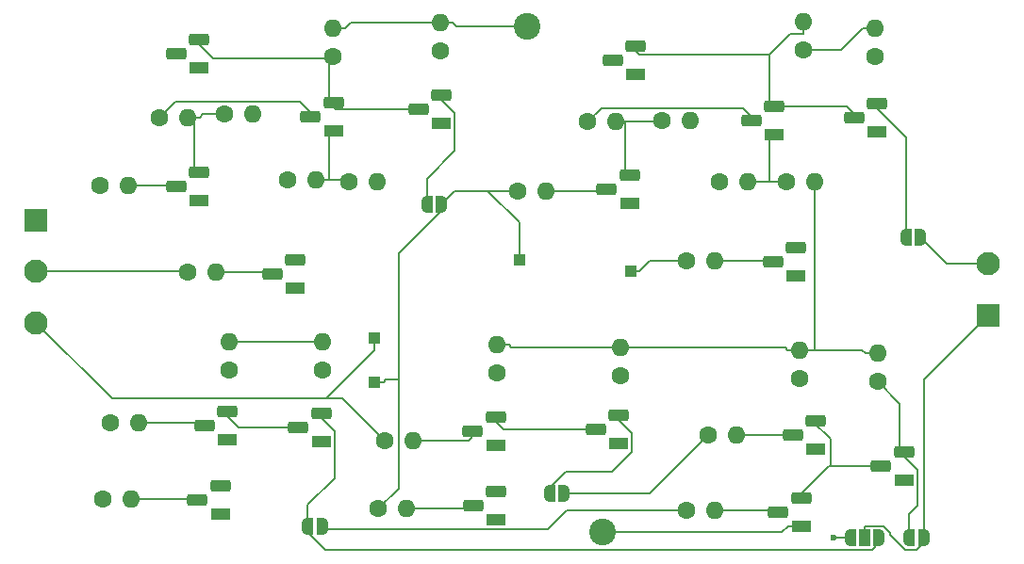
<source format=gbr>
%TF.GenerationSoftware,KiCad,Pcbnew,8.0.2-1*%
%TF.CreationDate,2024-05-13T20:57:24-04:00*%
%TF.ProjectId,Transistor_Calculator_V2,5472616e-7369-4737-946f-725f43616c63,rev?*%
%TF.SameCoordinates,Original*%
%TF.FileFunction,Copper,L1,Top*%
%TF.FilePolarity,Positive*%
%FSLAX46Y46*%
G04 Gerber Fmt 4.6, Leading zero omitted, Abs format (unit mm)*
G04 Created by KiCad (PCBNEW 8.0.2-1) date 2024-05-13 20:57:24*
%MOMM*%
%LPD*%
G01*
G04 APERTURE LIST*
G04 Aperture macros list*
%AMRoundRect*
0 Rectangle with rounded corners*
0 $1 Rounding radius*
0 $2 $3 $4 $5 $6 $7 $8 $9 X,Y pos of 4 corners*
0 Add a 4 corners polygon primitive as box body*
4,1,4,$2,$3,$4,$5,$6,$7,$8,$9,$2,$3,0*
0 Add four circle primitives for the rounded corners*
1,1,$1+$1,$2,$3*
1,1,$1+$1,$4,$5*
1,1,$1+$1,$6,$7*
1,1,$1+$1,$8,$9*
0 Add four rect primitives between the rounded corners*
20,1,$1+$1,$2,$3,$4,$5,0*
20,1,$1+$1,$4,$5,$6,$7,0*
20,1,$1+$1,$6,$7,$8,$9,0*
20,1,$1+$1,$8,$9,$2,$3,0*%
%AMFreePoly0*
4,1,19,0.550000,-0.750000,0.000000,-0.750000,0.000000,-0.744911,-0.071157,-0.744911,-0.207708,-0.704816,-0.327430,-0.627875,-0.420627,-0.520320,-0.479746,-0.390866,-0.500000,-0.250000,-0.500000,0.250000,-0.479746,0.390866,-0.420627,0.520320,-0.327430,0.627875,-0.207708,0.704816,-0.071157,0.744911,0.000000,0.744911,0.000000,0.750000,0.550000,0.750000,0.550000,-0.750000,0.550000,-0.750000,
$1*%
%AMFreePoly1*
4,1,19,0.000000,0.744911,0.071157,0.744911,0.207708,0.704816,0.327430,0.627875,0.420627,0.520320,0.479746,0.390866,0.500000,0.250000,0.500000,-0.250000,0.479746,-0.390866,0.420627,-0.520320,0.327430,-0.627875,0.207708,-0.704816,0.071157,-0.744911,0.000000,-0.744911,0.000000,-0.750000,-0.550000,-0.750000,-0.550000,0.750000,0.000000,0.750000,0.000000,0.744911,0.000000,0.744911,
$1*%
%AMFreePoly2*
4,1,19,0.500000,-0.750000,0.000000,-0.750000,0.000000,-0.744911,-0.071157,-0.744911,-0.207708,-0.704816,-0.327430,-0.627875,-0.420627,-0.520320,-0.479746,-0.390866,-0.500000,-0.250000,-0.500000,0.250000,-0.479746,0.390866,-0.420627,0.520320,-0.327430,0.627875,-0.207708,0.704816,-0.071157,0.744911,0.000000,0.744911,0.000000,0.750000,0.500000,0.750000,0.500000,-0.750000,0.500000,-0.750000,
$1*%
%AMFreePoly3*
4,1,19,0.000000,0.744911,0.071157,0.744911,0.207708,0.704816,0.327430,0.627875,0.420627,0.520320,0.479746,0.390866,0.500000,0.250000,0.500000,-0.250000,0.479746,-0.390866,0.420627,-0.520320,0.327430,-0.627875,0.207708,-0.704816,0.071157,-0.744911,0.000000,-0.744911,0.000000,-0.750000,-0.500000,-0.750000,-0.500000,0.750000,0.000000,0.750000,0.000000,0.744911,0.000000,0.744911,
$1*%
G04 Aperture macros list end*
%TA.AperFunction,SMDPad,CuDef*%
%ADD10FreePoly0,0.000000*%
%TD*%
%TA.AperFunction,SMDPad,CuDef*%
%ADD11R,1.000000X1.500000*%
%TD*%
%TA.AperFunction,SMDPad,CuDef*%
%ADD12FreePoly1,0.000000*%
%TD*%
%TA.AperFunction,ComponentPad*%
%ADD13R,1.800000X1.100000*%
%TD*%
%TA.AperFunction,ComponentPad*%
%ADD14RoundRect,0.275000X0.625000X-0.275000X0.625000X0.275000X-0.625000X0.275000X-0.625000X-0.275000X0*%
%TD*%
%TA.AperFunction,ComponentPad*%
%ADD15C,1.600000*%
%TD*%
%TA.AperFunction,ComponentPad*%
%ADD16O,1.600000X1.600000*%
%TD*%
%TA.AperFunction,SMDPad,CuDef*%
%ADD17FreePoly2,0.000000*%
%TD*%
%TA.AperFunction,SMDPad,CuDef*%
%ADD18FreePoly3,0.000000*%
%TD*%
%TA.AperFunction,ComponentPad*%
%ADD19C,2.400000*%
%TD*%
%TA.AperFunction,ComponentPad*%
%ADD20RoundRect,0.250001X-0.799999X0.799999X-0.799999X-0.799999X0.799999X-0.799999X0.799999X0.799999X0*%
%TD*%
%TA.AperFunction,ComponentPad*%
%ADD21C,2.100000*%
%TD*%
%TA.AperFunction,ComponentPad*%
%ADD22RoundRect,0.250001X0.799999X-0.799999X0.799999X0.799999X-0.799999X0.799999X-0.799999X-0.799999X0*%
%TD*%
%TA.AperFunction,SMDPad,CuDef*%
%ADD23R,1.000000X1.000000*%
%TD*%
%TA.AperFunction,ViaPad*%
%ADD24C,0.600000*%
%TD*%
%TA.AperFunction,Conductor*%
%ADD25C,0.200000*%
%TD*%
%ADD26C,0.300000*%
%ADD27C,0.350000*%
G04 APERTURE END LIST*
D10*
%TO.P,JP6,1,A*%
%TO.N,Net-(JP4-A)*%
X88700000Y-66000000D03*
D11*
%TO.P,JP6,2,C*%
%TO.N,Net-(JP3-B)*%
X90000000Y-66000000D03*
D12*
%TO.P,JP6,3,B*%
%TO.N,Net-(JP5-A)*%
X91300000Y-66000000D03*
%TD*%
D13*
%TO.P,Q15,1,E*%
%TO.N,Net-(J2-Pin_1)*%
X56920000Y-64350000D03*
D14*
%TO.P,Q15,2,B*%
%TO.N,Net-(Q15-B)*%
X54850000Y-63080000D03*
%TO.P,Q15,3,C*%
%TO.N,Net-(Q14-E)*%
X56920000Y-61810000D03*
%TD*%
D15*
%TO.P,R3,1*%
%TO.N,Net-(Q3-B)*%
X26650000Y-28220000D03*
D16*
%TO.P,R3,2*%
%TO.N,Net-(Q1-C)*%
X29190000Y-28220000D03*
%TD*%
D17*
%TO.P,JP1,1,A*%
%TO.N,Net-(JP1-A)*%
X50700000Y-36000000D03*
D18*
%TO.P,JP1,2,B*%
%TO.N,Net-(JP1-B)*%
X52000000Y-36000000D03*
%TD*%
D15*
%TO.P,R5,1*%
%TO.N,Net-(Q1-C)*%
X32510000Y-27910000D03*
D16*
%TO.P,R5,2*%
%TO.N,Net-(J1-Pin_1)*%
X35050000Y-27910000D03*
%TD*%
D13*
%TO.P,Q3,1,E*%
%TO.N,Net-(Q3-E)*%
X42300000Y-29420000D03*
D14*
%TO.P,Q3,2,B*%
%TO.N,Net-(Q3-B)*%
X40230000Y-28150000D03*
%TO.P,Q3,3,C*%
%TO.N,Net-(Q2-C)*%
X42300000Y-26880000D03*
%TD*%
D15*
%TO.P,R7,1*%
%TO.N,Net-(Q3-E)*%
X43680000Y-33950000D03*
D16*
%TO.P,R7,2*%
%TO.N,Net-(J1-Pin_1)*%
X46220000Y-33950000D03*
%TD*%
D17*
%TO.P,JP2,1,A*%
%TO.N,Net-(JP2-A)*%
X93700000Y-39000000D03*
D18*
%TO.P,JP2,2,B*%
%TO.N,Net-(JP2-B)*%
X95000000Y-39000000D03*
%TD*%
D13*
%TO.P,Q7,1,E*%
%TO.N,Net-(Q6-C)*%
X69460000Y-24360000D03*
D14*
%TO.P,Q7,2,B*%
%TO.N,Net-(Q7-B)*%
X67390000Y-23090000D03*
%TO.P,Q7,3,C*%
%TO.N,Net-(Q10-B)*%
X69460000Y-21820000D03*
%TD*%
D17*
%TO.P,JP5,1,A*%
%TO.N,Net-(JP5-A)*%
X40000000Y-65000000D03*
D18*
%TO.P,JP5,2,B*%
%TO.N,Net-(JP5-B)*%
X41300000Y-65000000D03*
%TD*%
D15*
%TO.P,R24,1*%
%TO.N,Net-(JP4-A)*%
X68100000Y-51410000D03*
D16*
%TO.P,R24,2*%
%TO.N,Net-(J1-Pin_1)*%
X68100000Y-48870000D03*
%TD*%
D15*
%TO.P,R6,1*%
%TO.N,Net-(Q2-B)*%
X38185000Y-33850000D03*
D16*
%TO.P,R6,2*%
%TO.N,Net-(Q3-E)*%
X40725000Y-33850000D03*
%TD*%
D15*
%TO.P,R19,1*%
%TO.N,Net-(Input_Pins1-Pin_2)*%
X22275000Y-55650000D03*
D16*
%TO.P,R19,2*%
%TO.N,Net-(Q11-B)*%
X24815000Y-55650000D03*
%TD*%
D13*
%TO.P,Q6,1,E*%
%TO.N,Net-(J2-Pin_1)*%
X68900000Y-35950000D03*
D14*
%TO.P,Q6,2,B*%
%TO.N,Net-(Q6-B)*%
X66830000Y-34680000D03*
%TO.P,Q6,3,C*%
%TO.N,Net-(Q6-C)*%
X68900000Y-33410000D03*
%TD*%
D15*
%TO.P,R15,1*%
%TO.N,Net-(J1-Pin_1)*%
X84470000Y-22165000D03*
D16*
%TO.P,R15,2*%
%TO.N,Net-(Q10-B)*%
X84470000Y-19625000D03*
%TD*%
D19*
%TO.P,J1,1,Pin_1*%
%TO.N,Net-(J1-Pin_1)*%
X59720000Y-20000000D03*
%TD*%
D13*
%TO.P,Q8,1,E*%
%TO.N,Net-(Q8-E)*%
X81880000Y-29740000D03*
D14*
%TO.P,Q8,2,B*%
%TO.N,Net-(Q8-B)*%
X79810000Y-28470000D03*
%TO.P,Q8,3,C*%
%TO.N,Net-(Q10-B)*%
X81880000Y-27200000D03*
%TD*%
D15*
%TO.P,R18,1*%
%TO.N,Net-(Input_Pins1-Pin_1)*%
X21585000Y-62520000D03*
D16*
%TO.P,R18,2*%
%TO.N,Net-(Q12-B)*%
X24125000Y-62520000D03*
%TD*%
D15*
%TO.P,R26,1*%
%TO.N,Net-(JP5-B)*%
X73975000Y-63540000D03*
D16*
%TO.P,R26,2*%
%TO.N,Net-(Q18-B)*%
X76515000Y-63540000D03*
%TD*%
D15*
%TO.P,R10,1*%
%TO.N,Net-(Input_Pins1-Pin_3)*%
X74000000Y-41080000D03*
D16*
%TO.P,R10,2*%
%TO.N,Net-(Q9-B)*%
X76540000Y-41080000D03*
%TD*%
D15*
%TO.P,R22,1*%
%TO.N,Net-(JP1-B)*%
X46345000Y-63390000D03*
D16*
%TO.P,R22,2*%
%TO.N,Net-(Q15-B)*%
X48885000Y-63390000D03*
%TD*%
D17*
%TO.P,JP4,1,A*%
%TO.N,Net-(JP4-A)*%
X61700000Y-62000000D03*
D18*
%TO.P,JP4,2,B*%
%TO.N,Net-(JP4-B)*%
X63000000Y-62000000D03*
%TD*%
D13*
%TO.P,Q12,1,E*%
%TO.N,Net-(J2-Pin_1)*%
X32130000Y-63900000D03*
D14*
%TO.P,Q12,2,B*%
%TO.N,Net-(Q12-B)*%
X30060000Y-62630000D03*
%TO.P,Q12,3,C*%
%TO.N,Net-(Q11-E)*%
X32130000Y-61360000D03*
%TD*%
D15*
%TO.P,R23,1*%
%TO.N,Net-(Q14-C)*%
X56960000Y-51190000D03*
D16*
%TO.P,R23,2*%
%TO.N,Net-(J1-Pin_1)*%
X56960000Y-48650000D03*
%TD*%
D20*
%TO.P,Input_Pins1,1,Pin_1*%
%TO.N,Net-(Input_Pins1-Pin_1)*%
X15600000Y-37470000D03*
D21*
%TO.P,Input_Pins1,2,Pin_2*%
%TO.N,Net-(Input_Pins1-Pin_2)*%
X15600000Y-42070000D03*
%TO.P,Input_Pins1,3,Pin_3*%
%TO.N,Net-(Input_Pins1-Pin_3)*%
X15600000Y-46670000D03*
%TD*%
D15*
%TO.P,R13,1*%
%TO.N,Net-(Q7-B)*%
X76955000Y-34000000D03*
D16*
%TO.P,R13,2*%
%TO.N,Net-(Q8-E)*%
X79495000Y-34000000D03*
%TD*%
D19*
%TO.P,J2,1,Pin_1*%
%TO.N,Net-(J2-Pin_1)*%
X66500000Y-65500000D03*
%TD*%
D13*
%TO.P,Q16,1,E*%
%TO.N,Net-(J2-Pin_1)*%
X67900000Y-57540000D03*
D14*
%TO.P,Q16,2,B*%
%TO.N,Net-(Q14-C)*%
X65830000Y-56270000D03*
%TO.P,Q16,3,C*%
%TO.N,Net-(JP4-A)*%
X67900000Y-55000000D03*
%TD*%
D13*
%TO.P,Q9,1,E*%
%TO.N,Net-(J2-Pin_1)*%
X83820000Y-42450000D03*
D14*
%TO.P,Q9,2,B*%
%TO.N,Net-(Q9-B)*%
X81750000Y-41180000D03*
%TO.P,Q9,3,C*%
%TO.N,Net-(Q8-E)*%
X83820000Y-39910000D03*
%TD*%
D22*
%TO.P,Output_Pins1,1,Pin_1*%
%TO.N,Net-(JP3-B)*%
X101120000Y-45970000D03*
D21*
%TO.P,Output_Pins1,2,Pin_2*%
%TO.N,Net-(JP2-B)*%
X101120000Y-41370000D03*
%TD*%
D15*
%TO.P,R4,1*%
%TO.N,Net-(JP1-A)*%
X51870000Y-22185000D03*
D16*
%TO.P,R4,2*%
%TO.N,Net-(J1-Pin_1)*%
X51870000Y-19645000D03*
%TD*%
D15*
%TO.P,R12,1*%
%TO.N,Net-(Q6-C)*%
X71775000Y-28450000D03*
D16*
%TO.P,R12,2*%
%TO.N,Net-(J1-Pin_1)*%
X74315000Y-28450000D03*
%TD*%
D15*
%TO.P,R8,1*%
%TO.N,Net-(JP2-A)*%
X90970000Y-22725000D03*
D16*
%TO.P,R8,2*%
%TO.N,Net-(J1-Pin_1)*%
X90970000Y-20185000D03*
%TD*%
D15*
%TO.P,R1,1*%
%TO.N,Net-(Input_Pins1-Pin_1)*%
X21325000Y-34330000D03*
D16*
%TO.P,R1,2*%
%TO.N,Net-(Q1-B)*%
X23865000Y-34330000D03*
%TD*%
D15*
%TO.P,R2,1*%
%TO.N,Net-(Input_Pins1-Pin_2)*%
X29240000Y-42150000D03*
D16*
%TO.P,R2,2*%
%TO.N,Net-(Q4-B)*%
X31780000Y-42150000D03*
%TD*%
D13*
%TO.P,Q18,1,E*%
%TO.N,Net-(J2-Pin_1)*%
X84300000Y-64970000D03*
D14*
%TO.P,Q18,2,B*%
%TO.N,Net-(Q18-B)*%
X82230000Y-63700000D03*
%TO.P,Q18,3,C*%
%TO.N,Net-(Q17-C)*%
X84300000Y-62430000D03*
%TD*%
D13*
%TO.P,Q2,1,E*%
%TO.N,Net-(Q1-C)*%
X30230000Y-23770000D03*
D14*
%TO.P,Q2,2,B*%
%TO.N,Net-(Q2-B)*%
X28160000Y-22500000D03*
%TO.P,Q2,3,C*%
%TO.N,Net-(Q2-C)*%
X30230000Y-21230000D03*
%TD*%
D15*
%TO.P,R20,1*%
%TO.N,Net-(Q11-C)*%
X32910000Y-50890000D03*
D16*
%TO.P,R20,2*%
%TO.N,Net-(J1-Pin_1)*%
X32910000Y-48350000D03*
%TD*%
D13*
%TO.P,Q1,1,E*%
%TO.N,Net-(J2-Pin_1)*%
X30230000Y-35700000D03*
D14*
%TO.P,Q1,2,B*%
%TO.N,Net-(Q1-B)*%
X28160000Y-34430000D03*
%TO.P,Q1,3,C*%
%TO.N,Net-(Q1-C)*%
X30230000Y-33160000D03*
%TD*%
D17*
%TO.P,JP3,1,A*%
%TO.N,Net-(JP3-A)*%
X94000000Y-66000000D03*
D18*
%TO.P,JP3,2,B*%
%TO.N,Net-(JP3-B)*%
X95300000Y-66000000D03*
%TD*%
D15*
%TO.P,R9,1*%
%TO.N,Net-(JP1-B)*%
X58815000Y-34830000D03*
D16*
%TO.P,R9,2*%
%TO.N,Net-(Q6-B)*%
X61355000Y-34830000D03*
%TD*%
D15*
%TO.P,R25,1*%
%TO.N,Net-(JP4-B)*%
X75945000Y-56720000D03*
D16*
%TO.P,R25,2*%
%TO.N,Net-(Q17-B)*%
X78485000Y-56720000D03*
%TD*%
D23*
%TO.P,TP2,1,1*%
%TO.N,Net-(Input_Pins1-Pin_3)*%
X69000000Y-42000000D03*
%TD*%
D13*
%TO.P,Q19,1,E*%
%TO.N,Net-(J2-Pin_1)*%
X93530000Y-60860000D03*
D14*
%TO.P,Q19,2,B*%
%TO.N,Net-(Q17-C)*%
X91460000Y-59590000D03*
%TO.P,Q19,3,C*%
%TO.N,Net-(JP3-A)*%
X93530000Y-58320000D03*
%TD*%
D13*
%TO.P,Q4,1,E*%
%TO.N,Net-(J2-Pin_1)*%
X38900000Y-43520000D03*
D14*
%TO.P,Q4,2,B*%
%TO.N,Net-(Q4-B)*%
X36830000Y-42250000D03*
%TO.P,Q4,3,C*%
%TO.N,Net-(Q3-E)*%
X38900000Y-40980000D03*
%TD*%
D15*
%TO.P,R27,1*%
%TO.N,Net-(Q17-C)*%
X84180000Y-51640000D03*
D16*
%TO.P,R27,2*%
%TO.N,Net-(J1-Pin_1)*%
X84180000Y-49100000D03*
%TD*%
D13*
%TO.P,Q13,1,E*%
%TO.N,Net-(J2-Pin_1)*%
X41200000Y-57330000D03*
D14*
%TO.P,Q13,2,B*%
%TO.N,Net-(Q11-C)*%
X39130000Y-56060000D03*
%TO.P,Q13,3,C*%
%TO.N,Net-(JP5-A)*%
X41200000Y-54790000D03*
%TD*%
D13*
%TO.P,Q5,1,E*%
%TO.N,Net-(J2-Pin_1)*%
X52000000Y-28740000D03*
D14*
%TO.P,Q5,2,B*%
%TO.N,Net-(Q2-C)*%
X49930000Y-27470000D03*
%TO.P,Q5,3,C*%
%TO.N,Net-(JP1-A)*%
X52000000Y-26200000D03*
%TD*%
D15*
%TO.P,R17,1*%
%TO.N,Net-(Q2-C)*%
X42220000Y-22715000D03*
D16*
%TO.P,R17,2*%
%TO.N,Net-(J1-Pin_1)*%
X42220000Y-20175000D03*
%TD*%
D23*
%TO.P,TP4,1,1*%
%TO.N,Net-(Input_Pins1-Pin_3)*%
X46000000Y-48000000D03*
%TD*%
D13*
%TO.P,Q11,1,E*%
%TO.N,Net-(Q11-E)*%
X32780000Y-57170000D03*
D14*
%TO.P,Q11,2,B*%
%TO.N,Net-(Q11-B)*%
X30710000Y-55900000D03*
%TO.P,Q11,3,C*%
%TO.N,Net-(Q11-C)*%
X32780000Y-54630000D03*
%TD*%
D15*
%TO.P,R21,1*%
%TO.N,Net-(Input_Pins1-Pin_3)*%
X46865000Y-57230000D03*
D16*
%TO.P,R21,2*%
%TO.N,Net-(Q14-B)*%
X49405000Y-57230000D03*
%TD*%
D13*
%TO.P,Q10,1,E*%
%TO.N,Net-(J2-Pin_1)*%
X91100000Y-29515000D03*
D14*
%TO.P,Q10,2,B*%
%TO.N,Net-(Q10-B)*%
X89030000Y-28245000D03*
%TO.P,Q10,3,C*%
%TO.N,Net-(JP2-A)*%
X91100000Y-26975000D03*
%TD*%
D15*
%TO.P,R28,1*%
%TO.N,Net-(JP3-A)*%
X91160000Y-51960000D03*
D16*
%TO.P,R28,2*%
%TO.N,Net-(J1-Pin_1)*%
X91160000Y-49420000D03*
%TD*%
D13*
%TO.P,Q17,1,E*%
%TO.N,Net-(J2-Pin_1)*%
X85630000Y-57990000D03*
D14*
%TO.P,Q17,2,B*%
%TO.N,Net-(Q17-B)*%
X83560000Y-56720000D03*
%TO.P,Q17,3,C*%
%TO.N,Net-(Q17-C)*%
X85630000Y-55450000D03*
%TD*%
D13*
%TO.P,Q14,1,E*%
%TO.N,Net-(Q14-E)*%
X56880000Y-57690000D03*
D14*
%TO.P,Q14,2,B*%
%TO.N,Net-(Q14-B)*%
X54810000Y-56420000D03*
%TO.P,Q14,3,C*%
%TO.N,Net-(Q14-C)*%
X56880000Y-55150000D03*
%TD*%
D15*
%TO.P,R11,1*%
%TO.N,Net-(Q8-B)*%
X65135000Y-28610000D03*
D16*
%TO.P,R11,2*%
%TO.N,Net-(Q6-C)*%
X67675000Y-28610000D03*
%TD*%
D23*
%TO.P,TP1,1,1*%
%TO.N,Net-(JP1-B)*%
X59000000Y-41000000D03*
%TD*%
D15*
%TO.P,R14,1*%
%TO.N,Net-(Q8-E)*%
X82960000Y-34000000D03*
D16*
%TO.P,R14,2*%
%TO.N,Net-(J1-Pin_1)*%
X85500000Y-34000000D03*
%TD*%
D23*
%TO.P,TP3,1,1*%
%TO.N,Net-(JP1-B)*%
X46000000Y-52000000D03*
%TD*%
D15*
%TO.P,R16,1*%
%TO.N,Net-(JP5-A)*%
X41280000Y-50885000D03*
D16*
%TO.P,R16,2*%
%TO.N,Net-(J1-Pin_1)*%
X41280000Y-48345000D03*
%TD*%
D24*
%TO.N,Net-(JP4-A)*%
X87237500Y-65955600D03*
%TD*%
D25*
%TO.N,Net-(Input_Pins1-Pin_3)*%
X15600000Y-46670000D02*
X22398000Y-53468000D01*
X22398000Y-53468000D02*
X41650900Y-53468000D01*
X74000000Y-41080000D02*
X70721700Y-41080000D01*
X41650900Y-53468000D02*
X46000000Y-49118900D01*
X46000000Y-49118900D02*
X46000000Y-48000000D01*
X41650900Y-53468000D02*
X43103000Y-53468000D01*
X43103000Y-53468000D02*
X46865000Y-57230000D01*
X70721700Y-41080000D02*
X69801700Y-42000000D01*
X69000000Y-42000000D02*
X69801700Y-42000000D01*
%TO.N,Net-(Input_Pins1-Pin_2)*%
X29160000Y-42070000D02*
X29240000Y-42150000D01*
X15600000Y-42070000D02*
X29160000Y-42070000D01*
%TO.N,Net-(JP1-B)*%
X48135000Y-61600000D02*
X46345000Y-63390000D01*
X52000000Y-36000000D02*
X52000000Y-36585000D01*
X48135000Y-51798300D02*
X48135000Y-61600000D01*
X46000000Y-52000000D02*
X46801700Y-52000000D01*
X59000000Y-37660700D02*
X59000000Y-41000000D01*
X48135000Y-40450000D02*
X48135000Y-51798300D01*
X56169300Y-34830000D02*
X59000000Y-37660700D01*
X58815000Y-34830000D02*
X56169300Y-34830000D01*
X52000000Y-36585000D02*
X48135000Y-40450000D01*
X56169300Y-34830000D02*
X53170000Y-34830000D01*
X48135000Y-51798300D02*
X47003400Y-51798300D01*
X53170000Y-34830000D02*
X52000000Y-36000000D01*
X47003400Y-51798300D02*
X46801700Y-52000000D01*
%TO.N,Net-(JP1-A)*%
X53201700Y-27801700D02*
X53201700Y-31200400D01*
X50700000Y-33702100D02*
X50700000Y-36000000D01*
X53201700Y-31200400D02*
X50700000Y-33702100D01*
X51600000Y-26200000D02*
X53201700Y-27801700D01*
%TO.N,Net-(J1-Pin_1)*%
X87888300Y-22165000D02*
X84470000Y-22165000D01*
X34011700Y-48350000D02*
X34016700Y-48345000D01*
X90970000Y-20185000D02*
X89868300Y-20185000D01*
X42220000Y-20175000D02*
X43321700Y-20175000D01*
X34016700Y-48345000D02*
X41280000Y-48345000D01*
X90058300Y-49420000D02*
X91160000Y-49420000D01*
X84180000Y-49100000D02*
X83078300Y-49100000D01*
X89738300Y-49100000D02*
X90058300Y-49420000D01*
X83078300Y-49100000D02*
X82848300Y-48870000D01*
X85500000Y-49100000D02*
X85500000Y-34000000D01*
X53326700Y-20000000D02*
X59720000Y-20000000D01*
X51870000Y-19645000D02*
X52971700Y-19645000D01*
X52971700Y-19645000D02*
X53326700Y-20000000D01*
X82848300Y-48870000D02*
X68100000Y-48870000D01*
X84180000Y-49100000D02*
X85500000Y-49100000D01*
X56960000Y-48650000D02*
X58061700Y-48650000D01*
X58061700Y-48650000D02*
X58281700Y-48870000D01*
X58281700Y-48870000D02*
X68100000Y-48870000D01*
X85500000Y-49100000D02*
X89738300Y-49100000D01*
X32910000Y-48350000D02*
X34011700Y-48350000D01*
X43321700Y-20175000D02*
X43851700Y-19645000D01*
X43851700Y-19645000D02*
X51870000Y-19645000D01*
X89868300Y-20185000D02*
X87888300Y-22165000D01*
%TO.N,Net-(Q1-C)*%
X32510000Y-27910000D02*
X30601700Y-27910000D01*
X29740900Y-28220000D02*
X29830000Y-28309100D01*
X30291700Y-28220000D02*
X29740900Y-28220000D01*
X29190000Y-28220000D02*
X29740900Y-28220000D01*
X29830000Y-28309100D02*
X29830000Y-33160000D01*
X30601700Y-27910000D02*
X30291700Y-28220000D01*
%TO.N,Net-(Q1-B)*%
X28460000Y-34330000D02*
X28560000Y-34430000D01*
X23865000Y-34330000D02*
X28460000Y-34330000D01*
%TO.N,Net-(Q2-C)*%
X41900000Y-22875000D02*
X31475000Y-22875000D01*
X42060000Y-22875000D02*
X41900000Y-22875000D01*
X42490000Y-27470000D02*
X41900000Y-26880000D01*
X42220000Y-22715000D02*
X42060000Y-22875000D01*
X31475000Y-22875000D02*
X29830000Y-21230000D01*
X41900000Y-22875000D02*
X41900000Y-26880000D01*
X50330000Y-27470000D02*
X42490000Y-27470000D01*
%TO.N,Net-(Q3-E)*%
X41900000Y-33850000D02*
X43580000Y-33850000D01*
X43580000Y-33850000D02*
X43680000Y-33950000D01*
X41900000Y-33850000D02*
X41900000Y-29420000D01*
X40725000Y-33850000D02*
X41900000Y-33850000D01*
%TO.N,Net-(Q3-B)*%
X28074300Y-26795700D02*
X39275700Y-26795700D01*
X26650000Y-28220000D02*
X28074300Y-26795700D01*
X39275700Y-26795700D02*
X40630000Y-28150000D01*
%TO.N,Net-(Q4-B)*%
X31780000Y-42150000D02*
X37130000Y-42150000D01*
X37130000Y-42150000D02*
X37230000Y-42250000D01*
%TO.N,Net-(JP2-B)*%
X101120000Y-41370000D02*
X97370000Y-41370000D01*
X97370000Y-41370000D02*
X95000000Y-39000000D01*
%TO.N,Net-(Q6-B)*%
X67080000Y-34830000D02*
X67230000Y-34680000D01*
X61355000Y-34830000D02*
X67080000Y-34830000D01*
%TO.N,Net-(Q6-C)*%
X68500000Y-28610000D02*
X71615000Y-28610000D01*
X68500000Y-28610000D02*
X68500000Y-33410000D01*
X67675000Y-28610000D02*
X68500000Y-28610000D01*
X71615000Y-28610000D02*
X71775000Y-28450000D01*
%TO.N,Net-(Q10-B)*%
X69774000Y-22534000D02*
X69060000Y-21820000D01*
X81480000Y-27200000D02*
X88385000Y-27200000D01*
X88385000Y-27200000D02*
X89430000Y-28245000D01*
X81480000Y-22534000D02*
X81480000Y-27200000D01*
X81480000Y-22534000D02*
X69774000Y-22534000D01*
X83287300Y-20726700D02*
X81480000Y-22534000D01*
X84470000Y-19625000D02*
X84470000Y-20726700D01*
X84470000Y-20726700D02*
X83287300Y-20726700D01*
%TO.N,Net-(Q8-E)*%
X81480000Y-34000000D02*
X79495000Y-34000000D01*
X81480000Y-34000000D02*
X81480000Y-29740000D01*
X82960000Y-34000000D02*
X81480000Y-34000000D01*
%TO.N,Net-(Q8-B)*%
X79080900Y-27340900D02*
X80210000Y-28470000D01*
X66404100Y-27340900D02*
X79080900Y-27340900D01*
X65135000Y-28610000D02*
X66404100Y-27340900D01*
%TO.N,Net-(Q9-B)*%
X82050000Y-41080000D02*
X82150000Y-41180000D01*
X76540000Y-41080000D02*
X82050000Y-41080000D01*
%TO.N,Net-(Q11-B)*%
X30860000Y-55650000D02*
X31110000Y-55900000D01*
X24815000Y-55650000D02*
X30860000Y-55650000D01*
%TO.N,Net-(Q11-C)*%
X33810000Y-56060000D02*
X39530000Y-56060000D01*
X32380000Y-54630000D02*
X33810000Y-56060000D01*
%TO.N,Net-(Q12-B)*%
X24125000Y-62520000D02*
X30350000Y-62520000D01*
X30350000Y-62520000D02*
X30460000Y-62630000D01*
%TO.N,Net-(JP2-A)*%
X93700000Y-29975000D02*
X93700000Y-39000000D01*
X90700000Y-26975000D02*
X93700000Y-29975000D01*
%TO.N,Net-(Q14-C)*%
X57600000Y-56270000D02*
X66230000Y-56270000D01*
X56480000Y-55150000D02*
X57600000Y-56270000D01*
%TO.N,Net-(Q14-B)*%
X49405000Y-57230000D02*
X54400000Y-57230000D01*
X54400000Y-57230000D02*
X55210000Y-56420000D01*
%TO.N,Net-(Q15-B)*%
X54940000Y-63390000D02*
X55250000Y-63080000D01*
X48885000Y-63390000D02*
X54940000Y-63390000D01*
%TO.N,Net-(JP3-A)*%
X94000000Y-63837800D02*
X94000000Y-66000000D01*
X93130000Y-53930000D02*
X93130000Y-58320000D01*
X94731700Y-63106100D02*
X94000000Y-63837800D01*
X93130000Y-58320000D02*
X94731700Y-59921700D01*
X94731700Y-59921700D02*
X94731700Y-63106100D01*
X91160000Y-51960000D02*
X93130000Y-53930000D01*
%TO.N,Net-(Q17-C)*%
X91860000Y-59590000D02*
X86914900Y-59590000D01*
X86914900Y-57134900D02*
X86914900Y-59590000D01*
X85230000Y-55450000D02*
X86914900Y-57134900D01*
X86914900Y-59590000D02*
X86740000Y-59590000D01*
X86740000Y-59590000D02*
X83900000Y-62430000D01*
%TO.N,Net-(JP3-B)*%
X92322100Y-65772100D02*
X93601700Y-67051700D01*
X101120000Y-45970000D02*
X95300000Y-51790000D01*
X90000000Y-64948300D02*
X91703900Y-64948300D01*
X94669200Y-67051700D02*
X95300000Y-66420900D01*
X92322100Y-65566500D02*
X92322100Y-65772100D01*
X90000000Y-66000000D02*
X90000000Y-64948300D01*
X95300000Y-51790000D02*
X95300000Y-66000000D01*
X93601700Y-67051700D02*
X94669200Y-67051700D01*
X95300000Y-66420900D02*
X95300000Y-66000000D01*
X91703900Y-64948300D02*
X92322100Y-65566500D01*
%TO.N,Net-(Q17-B)*%
X78485000Y-56720000D02*
X83960000Y-56720000D01*
%TO.N,Net-(Q18-B)*%
X76515000Y-63540000D02*
X82470000Y-63540000D01*
X82470000Y-63540000D02*
X82630000Y-63700000D01*
%TO.N,Net-(J2-Pin_1)*%
X83900000Y-64970000D02*
X83098300Y-64970000D01*
X82568300Y-65500000D02*
X66500000Y-65500000D01*
X83098300Y-64970000D02*
X82568300Y-65500000D01*
%TO.N,Net-(JP4-A)*%
X88655600Y-65955600D02*
X88700000Y-66000000D01*
X61700000Y-61515400D02*
X61700000Y-62000000D01*
X63153300Y-60062100D02*
X61700000Y-61515400D01*
X69101700Y-56601700D02*
X69101700Y-58277000D01*
X67500000Y-55000000D02*
X69101700Y-56601700D01*
X67316600Y-60062100D02*
X63153300Y-60062100D01*
X87237500Y-65955600D02*
X88655600Y-65955600D01*
X69101700Y-58277000D02*
X67316600Y-60062100D01*
%TO.N,Net-(JP4-B)*%
X70665000Y-62000000D02*
X63000000Y-62000000D01*
X75945000Y-56720000D02*
X70665000Y-62000000D01*
%TO.N,Net-(JP5-B)*%
X41502500Y-65202500D02*
X41300000Y-65000000D01*
X61557700Y-65202500D02*
X41502500Y-65202500D01*
X63220200Y-63540000D02*
X61557700Y-65202500D01*
X73975000Y-63540000D02*
X63220200Y-63540000D01*
%TO.N,Net-(JP5-A)*%
X42401700Y-60649400D02*
X40000000Y-63051100D01*
X42401700Y-56391700D02*
X42401700Y-60649400D01*
X91300000Y-66412800D02*
X91300000Y-66000000D01*
X40000000Y-65446600D02*
X41605100Y-67051700D01*
X40800000Y-54790000D02*
X42401700Y-56391700D01*
X41605100Y-67051700D02*
X90661100Y-67051700D01*
X90661100Y-67051700D02*
X91300000Y-66412800D01*
X40000000Y-63051100D02*
X40000000Y-65000000D01*
X40000000Y-65000000D02*
X40000000Y-65446600D01*
%TD*%
D26*
X87237500Y-65955600D03*
D27*
X56520000Y-64350000D03*
X55250000Y-63080000D03*
X56520000Y-61810000D03*
X26650000Y-28220000D03*
X29190000Y-28220000D03*
X32510000Y-27910000D03*
X35050000Y-27910000D03*
X41900000Y-29420000D03*
X40630000Y-28150000D03*
X41900000Y-26880000D03*
X43680000Y-33950000D03*
X46220000Y-33950000D03*
X69060000Y-24360000D03*
X67790000Y-23090000D03*
X69060000Y-21820000D03*
X68100000Y-51410000D03*
X68100000Y-48870000D03*
X38185000Y-33850000D03*
X40725000Y-33850000D03*
X22275000Y-55650000D03*
X24815000Y-55650000D03*
X68500000Y-35950000D03*
X67230000Y-34680000D03*
X68500000Y-33410000D03*
X84470000Y-22165000D03*
X84470000Y-19625000D03*
X59720000Y-20000000D03*
X81480000Y-29740000D03*
X80210000Y-28470000D03*
X81480000Y-27200000D03*
X21585000Y-62520000D03*
X24125000Y-62520000D03*
X73975000Y-63540000D03*
X76515000Y-63540000D03*
X74000000Y-41080000D03*
X76540000Y-41080000D03*
X46345000Y-63390000D03*
X48885000Y-63390000D03*
X31730000Y-63900000D03*
X30460000Y-62630000D03*
X31730000Y-61360000D03*
X56960000Y-51190000D03*
X56960000Y-48650000D03*
X15600000Y-37470000D03*
X15600000Y-42070000D03*
X15600000Y-46670000D03*
X76955000Y-34000000D03*
X79495000Y-34000000D03*
X66500000Y-65500000D03*
X67500000Y-57540000D03*
X66230000Y-56270000D03*
X67500000Y-55000000D03*
X83420000Y-42450000D03*
X82150000Y-41180000D03*
X83420000Y-39910000D03*
X101120000Y-45970000D03*
X101120000Y-41370000D03*
X51870000Y-22185000D03*
X51870000Y-19645000D03*
X71775000Y-28450000D03*
X74315000Y-28450000D03*
X90970000Y-22725000D03*
X90970000Y-20185000D03*
X21325000Y-34330000D03*
X23865000Y-34330000D03*
X29240000Y-42150000D03*
X31780000Y-42150000D03*
X83900000Y-64970000D03*
X82630000Y-63700000D03*
X83900000Y-62430000D03*
X29830000Y-23770000D03*
X28560000Y-22500000D03*
X29830000Y-21230000D03*
X32910000Y-50890000D03*
X32910000Y-48350000D03*
X29830000Y-35700000D03*
X28560000Y-34430000D03*
X29830000Y-33160000D03*
X58815000Y-34830000D03*
X61355000Y-34830000D03*
X75945000Y-56720000D03*
X78485000Y-56720000D03*
X93130000Y-60860000D03*
X91860000Y-59590000D03*
X93130000Y-58320000D03*
X38500000Y-43520000D03*
X37230000Y-42250000D03*
X38500000Y-40980000D03*
X84180000Y-51640000D03*
X84180000Y-49100000D03*
X40800000Y-57330000D03*
X39530000Y-56060000D03*
X40800000Y-54790000D03*
X51600000Y-28740000D03*
X50330000Y-27470000D03*
X51600000Y-26200000D03*
X42220000Y-22715000D03*
X42220000Y-20175000D03*
X32380000Y-57170000D03*
X31110000Y-55900000D03*
X32380000Y-54630000D03*
X46865000Y-57230000D03*
X49405000Y-57230000D03*
X90700000Y-29515000D03*
X89430000Y-28245000D03*
X90700000Y-26975000D03*
X91160000Y-51960000D03*
X91160000Y-49420000D03*
X85230000Y-57990000D03*
X83960000Y-56720000D03*
X85230000Y-55450000D03*
X56480000Y-57690000D03*
X55210000Y-56420000D03*
X56480000Y-55150000D03*
X65135000Y-28610000D03*
X67675000Y-28610000D03*
X82960000Y-34000000D03*
X85500000Y-34000000D03*
X41280000Y-50885000D03*
X41280000Y-48345000D03*
M02*

</source>
